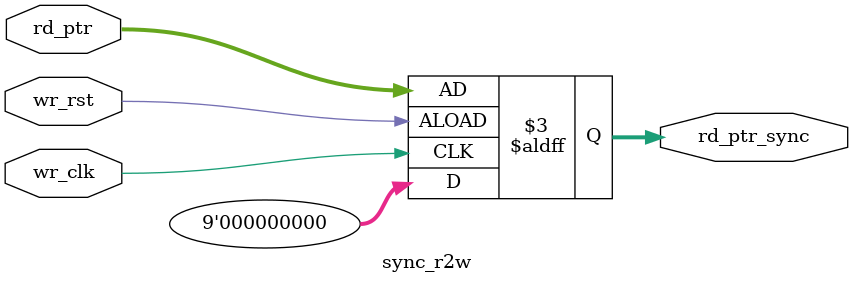
<source format=v>

module sync_r2w #(parameter add_size = 8)
(output reg [add_size:0] rd_ptr_sync,   // read pointer after synchronization
input [add_size:0] rd_ptr,   // read pointer before synchronization
input wr_clk, wr_rst);  // write clock, write reset

// Module body
	// -----synchronize read to write module  registers and wires--------
reg [add_size:0] wq1_rptr;   // read pointer after first clock of synchronization

// ------synchronized read pointer assignment-------

always @(posedge wr_clk or posedge wr_rst)
if (!wr_rst) 
begin
rd_ptr_sync <=0;  // if reset assign to zero
end
else
begin
rd_ptr_sync<= rd_ptr;
end
endmodule

</source>
